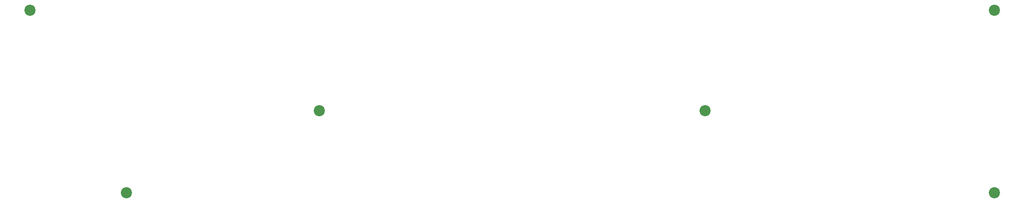
<source format=gbr>
G04 #@! TF.GenerationSoftware,KiCad,Pcbnew,5.1.6-c6e7f7d~87~ubuntu20.04.1*
G04 #@! TF.CreationDate,2020-11-25T16:37:26-08:00*
G04 #@! TF.ProjectId,staggared Plate,73746167-6761-4726-9564-20506c617465,rev?*
G04 #@! TF.SameCoordinates,Original*
G04 #@! TF.FileFunction,Soldermask,Bot*
G04 #@! TF.FilePolarity,Negative*
%FSLAX46Y46*%
G04 Gerber Fmt 4.6, Leading zero omitted, Abs format (unit mm)*
G04 Created by KiCad (PCBNEW 5.1.6-c6e7f7d~87~ubuntu20.04.1) date 2020-11-25 16:37:26*
%MOMM*%
%LPD*%
G01*
G04 APERTURE LIST*
%ADD10C,2.200000*%
G04 APERTURE END LIST*
D10*
X231968040Y-74499000D03*
X231968040Y-38399000D03*
X174818040Y-58299001D03*
X98618040Y-58299001D03*
X60518040Y-74499000D03*
X41483280Y-38399000D03*
M02*

</source>
